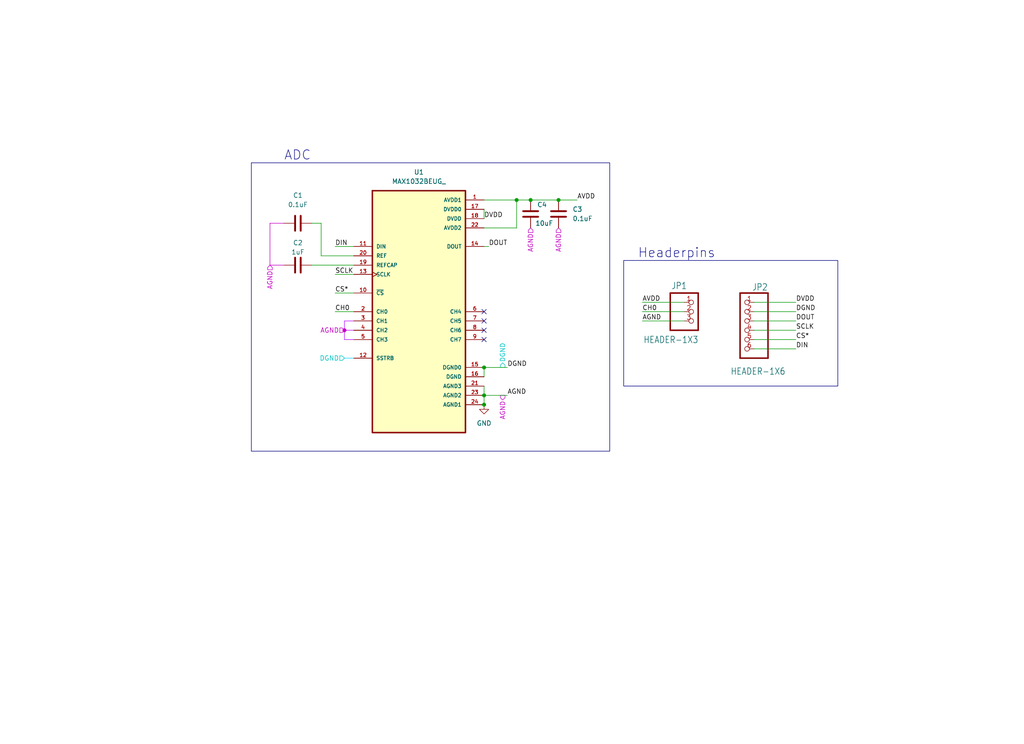
<source format=kicad_sch>
(kicad_sch
	(version 20231120)
	(generator "eeschema")
	(generator_version "8.0")
	(uuid "5faffeae-06ed-462f-bbfd-126f358049ae")
	(paper "User" 279.4 203.2)
	(title_block
		(title "Team 3 - COATL Aircraft Schematic")
		(date "2025-03-11")
		(rev "2")
		(company "Annika Boyd, Eisa Alsharifi, Felix Moss, Nathan Truong")
	)
	(lib_symbols
		(symbol "Adafruit ESP32 Feather V2-eagle-import:HEADER-1X12"
			(exclude_from_sim no)
			(in_bom yes)
			(on_board yes)
			(property "Reference" "JP2"
				(at -6.35 18.415 0)
				(effects
					(font
						(size 1.778 1.5113)
					)
					(justify left bottom)
				)
			)
			(property "Value" "HEADER-1X6"
				(at -11.176 -4.572 0)
				(effects
					(font
						(size 1.778 1.5113)
					)
					(justify left bottom)
				)
			)
			(property "Footprint" ""
				(at 0 0 0)
				(effects
					(font
						(size 1.27 1.27)
					)
					(hide yes)
				)
			)
			(property "Datasheet" ""
				(at 0 0 0)
				(effects
					(font
						(size 1.27 1.27)
					)
					(hide yes)
				)
			)
			(property "Description" ""
				(at 0 0 0)
				(effects
					(font
						(size 1.27 1.27)
					)
					(hide yes)
				)
			)
			(property "ki_locked" ""
				(at 0 0 0)
				(effects
					(font
						(size 1.27 1.27)
					)
				)
			)
			(symbol "HEADER-1X12_1_0"
				(polyline
					(pts
						(xy -6.35 0) (xy 1.27 0)
					)
					(stroke
						(width 0.4064)
						(type solid)
					)
					(fill
						(type none)
					)
				)
				(polyline
					(pts
						(xy -6.35 17.78) (xy -6.35 0)
					)
					(stroke
						(width 0.4064)
						(type solid)
					)
					(fill
						(type none)
					)
				)
				(polyline
					(pts
						(xy 1.27 0) (xy 1.27 17.78)
					)
					(stroke
						(width 0.4064)
						(type solid)
					)
					(fill
						(type none)
					)
				)
				(polyline
					(pts
						(xy 1.27 17.78) (xy -6.35 17.78)
					)
					(stroke
						(width 0.4064)
						(type solid)
					)
					(fill
						(type none)
					)
				)
				(pin passive inverted
					(at -2.54 15.24 0)
					(length 2.54)
					(name "1"
						(effects
							(font
								(size 0 0)
							)
						)
					)
					(number "1"
						(effects
							(font
								(size 1.27 1.27)
							)
						)
					)
				)
				(pin passive inverted
					(at -2.54 12.7 0)
					(length 2.54)
					(name "2"
						(effects
							(font
								(size 0 0)
							)
						)
					)
					(number "2"
						(effects
							(font
								(size 1.27 1.27)
							)
						)
					)
				)
				(pin passive inverted
					(at -2.54 10.16 0)
					(length 2.54)
					(name "3"
						(effects
							(font
								(size 0 0)
							)
						)
					)
					(number "3"
						(effects
							(font
								(size 1.27 1.27)
							)
						)
					)
				)
				(pin passive inverted
					(at -2.54 7.62 0)
					(length 2.54)
					(name "4"
						(effects
							(font
								(size 0 0)
							)
						)
					)
					(number "4"
						(effects
							(font
								(size 1.27 1.27)
							)
						)
					)
				)
				(pin passive inverted
					(at -2.54 5.08 0)
					(length 2.54)
					(name "5"
						(effects
							(font
								(size 0 0)
							)
						)
					)
					(number "5"
						(effects
							(font
								(size 1.27 1.27)
							)
						)
					)
				)
				(pin passive inverted
					(at -2.54 2.54 0)
					(length 2.54)
					(name "6"
						(effects
							(font
								(size 0 0)
							)
						)
					)
					(number "6"
						(effects
							(font
								(size 1.27 1.27)
							)
						)
					)
				)
			)
		)
		(symbol "Device:C"
			(pin_numbers hide)
			(pin_names
				(offset 0.254)
			)
			(exclude_from_sim no)
			(in_bom yes)
			(on_board yes)
			(property "Reference" "C"
				(at 0.635 2.54 0)
				(effects
					(font
						(size 1.27 1.27)
					)
					(justify left)
				)
			)
			(property "Value" "C"
				(at 0.635 -2.54 0)
				(effects
					(font
						(size 1.27 1.27)
					)
					(justify left)
				)
			)
			(property "Footprint" ""
				(at 0.9652 -3.81 0)
				(effects
					(font
						(size 1.27 1.27)
					)
					(hide yes)
				)
			)
			(property "Datasheet" "~"
				(at 0 0 0)
				(effects
					(font
						(size 1.27 1.27)
					)
					(hide yes)
				)
			)
			(property "Description" "Unpolarized capacitor"
				(at 0 0 0)
				(effects
					(font
						(size 1.27 1.27)
					)
					(hide yes)
				)
			)
			(property "ki_keywords" "cap capacitor"
				(at 0 0 0)
				(effects
					(font
						(size 1.27 1.27)
					)
					(hide yes)
				)
			)
			(property "ki_fp_filters" "C_*"
				(at 0 0 0)
				(effects
					(font
						(size 1.27 1.27)
					)
					(hide yes)
				)
			)
			(symbol "C_0_1"
				(polyline
					(pts
						(xy -2.032 -0.762) (xy 2.032 -0.762)
					)
					(stroke
						(width 0.508)
						(type default)
					)
					(fill
						(type none)
					)
				)
				(polyline
					(pts
						(xy -2.032 0.762) (xy 2.032 0.762)
					)
					(stroke
						(width 0.508)
						(type default)
					)
					(fill
						(type none)
					)
				)
			)
			(symbol "C_1_1"
				(pin passive line
					(at 0 3.81 270)
					(length 2.794)
					(name "~"
						(effects
							(font
								(size 1.27 1.27)
							)
						)
					)
					(number "1"
						(effects
							(font
								(size 1.27 1.27)
							)
						)
					)
				)
				(pin passive line
					(at 0 -3.81 90)
					(length 2.794)
					(name "~"
						(effects
							(font
								(size 1.27 1.27)
							)
						)
					)
					(number "2"
						(effects
							(font
								(size 1.27 1.27)
							)
						)
					)
				)
			)
		)
		(symbol "HEADER-1X12_1"
			(exclude_from_sim no)
			(in_bom yes)
			(on_board yes)
			(property "Reference" "JP1"
				(at -6.096 18.796 0)
				(effects
					(font
						(size 1.778 1.5113)
					)
					(justify left bottom)
				)
			)
			(property "Value" "HEADER-1X3"
				(at -11.938 0.762 0)
				(effects
					(font
						(size 1.778 1.5113)
					)
					(justify left bottom)
				)
			)
			(property "Footprint" ""
				(at 0 0 0)
				(effects
					(font
						(size 1.27 1.27)
					)
					(hide yes)
				)
			)
			(property "Datasheet" ""
				(at 0 0 0)
				(effects
					(font
						(size 1.27 1.27)
					)
					(hide yes)
				)
			)
			(property "Description" ""
				(at 0 0 0)
				(effects
					(font
						(size 1.27 1.27)
					)
					(hide yes)
				)
			)
			(property "ki_locked" ""
				(at 0 0 0)
				(effects
					(font
						(size 1.27 1.27)
					)
				)
			)
			(symbol "HEADER-1X12_1_1_0"
				(polyline
					(pts
						(xy -6.35 7.62) (xy 1.27 7.62)
					)
					(stroke
						(width 0.4064)
						(type solid)
					)
					(fill
						(type none)
					)
				)
				(polyline
					(pts
						(xy -6.35 17.78) (xy -6.35 7.62)
					)
					(stroke
						(width 0.4064)
						(type solid)
					)
					(fill
						(type none)
					)
				)
				(polyline
					(pts
						(xy 1.27 7.62) (xy 1.27 17.78)
					)
					(stroke
						(width 0.4064)
						(type solid)
					)
					(fill
						(type none)
					)
				)
				(polyline
					(pts
						(xy 1.27 17.78) (xy -6.35 17.78)
					)
					(stroke
						(width 0.4064)
						(type solid)
					)
					(fill
						(type none)
					)
				)
				(pin passive inverted
					(at -2.54 15.24 0)
					(length 2.54)
					(name "1"
						(effects
							(font
								(size 0 0)
							)
						)
					)
					(number "1"
						(effects
							(font
								(size 1.27 1.27)
							)
						)
					)
				)
				(pin passive inverted
					(at -2.54 12.7 0)
					(length 2.54)
					(name "2"
						(effects
							(font
								(size 0 0)
							)
						)
					)
					(number "2"
						(effects
							(font
								(size 1.27 1.27)
							)
						)
					)
				)
				(pin passive inverted
					(at -2.54 10.16 0)
					(length 2.54)
					(name "3"
						(effects
							(font
								(size 0 0)
							)
						)
					)
					(number "3"
						(effects
							(font
								(size 1.27 1.27)
							)
						)
					)
				)
			)
		)
		(symbol "MAX1032BEUG_:MAX1032BEUG_"
			(pin_names
				(offset 1.016)
			)
			(exclude_from_sim no)
			(in_bom yes)
			(on_board yes)
			(property "Reference" "U"
				(at -12.7 34.0106 0)
				(effects
					(font
						(size 1.27 1.27)
					)
					(justify left bottom)
				)
			)
			(property "Value" "MAX1032BEUG_"
				(at -12.7 -37.0078 0)
				(effects
					(font
						(size 1.27 1.27)
					)
					(justify left bottom)
				)
			)
			(property "Footprint" "SOP65P640X110-24N"
				(at 0 0 0)
				(effects
					(font
						(size 1.27 1.27)
					)
					(justify left bottom)
					(hide yes)
				)
			)
			(property "Datasheet" ""
				(at 0 0 0)
				(effects
					(font
						(size 1.27 1.27)
					)
					(justify left bottom)
					(hide yes)
				)
			)
			(property "Description" ""
				(at 0 0 0)
				(effects
					(font
						(size 1.27 1.27)
					)
					(hide yes)
				)
			)
			(property "MF" "Analog Devices"
				(at 0 0 0)
				(effects
					(font
						(size 1.27 1.27)
					)
					(justify left bottom)
					(hide yes)
				)
			)
			(property "Description_1" "\\n                        \\n                            8- and 4-Channel, ±3 x VREF Multirange Inputs, Serial 14-Bit ADCs\\n                        \\n"
				(at 0 0 0)
				(effects
					(font
						(size 1.27 1.27)
					)
					(justify left bottom)
					(hide yes)
				)
			)
			(property "Package" "TSSOP-24 Maxim"
				(at 0 0 0)
				(effects
					(font
						(size 1.27 1.27)
					)
					(justify left bottom)
					(hide yes)
				)
			)
			(property "Price" "None"
				(at 0 0 0)
				(effects
					(font
						(size 1.27 1.27)
					)
					(justify left bottom)
					(hide yes)
				)
			)
			(property "SnapEDA_Link" "https://www.snapeda.com/parts/MAX1032BEUG+/Analog+Devices/view-part/?ref=snap"
				(at 0 0 0)
				(effects
					(font
						(size 1.27 1.27)
					)
					(justify left bottom)
					(hide yes)
				)
			)
			(property "MP" "MAX1032BEUG+"
				(at 0 0 0)
				(effects
					(font
						(size 1.27 1.27)
					)
					(justify left bottom)
					(hide yes)
				)
			)
			(property "Availability" "In Stock"
				(at 0 0 0)
				(effects
					(font
						(size 1.27 1.27)
					)
					(justify left bottom)
					(hide yes)
				)
			)
			(property "Check_prices" "https://www.snapeda.com/parts/MAX1032BEUG+/Analog+Devices/view-part/?ref=eda"
				(at 0 0 0)
				(effects
					(font
						(size 1.27 1.27)
					)
					(justify left bottom)
					(hide yes)
				)
			)
			(property "ki_locked" ""
				(at 0 0 0)
				(effects
					(font
						(size 1.27 1.27)
					)
				)
			)
			(symbol "MAX1032BEUG__0_0"
				(rectangle
					(start -12.7 -33.02)
					(end 12.7 33.02)
					(stroke
						(width 0.4064)
						(type solid)
					)
					(fill
						(type background)
					)
				)
				(pin power_in line
					(at 17.78 30.48 180)
					(length 5.08)
					(name "AVDD1"
						(effects
							(font
								(size 1.016 1.016)
							)
						)
					)
					(number "1"
						(effects
							(font
								(size 1.016 1.016)
							)
						)
					)
				)
				(pin bidirectional line
					(at -17.78 5.08 0)
					(length 5.08)
					(name "~{CS}"
						(effects
							(font
								(size 1.016 1.016)
							)
						)
					)
					(number "10"
						(effects
							(font
								(size 1.016 1.016)
							)
						)
					)
				)
				(pin input line
					(at -17.78 17.78 0)
					(length 5.08)
					(name "DIN"
						(effects
							(font
								(size 1.016 1.016)
							)
						)
					)
					(number "11"
						(effects
							(font
								(size 1.016 1.016)
							)
						)
					)
				)
				(pin bidirectional line
					(at -17.78 -12.7 0)
					(length 5.08)
					(name "SSTRB"
						(effects
							(font
								(size 1.016 1.016)
							)
						)
					)
					(number "12"
						(effects
							(font
								(size 1.016 1.016)
							)
						)
					)
				)
				(pin input clock
					(at -17.78 10.16 0)
					(length 5.08)
					(name "SCLK"
						(effects
							(font
								(size 1.016 1.016)
							)
						)
					)
					(number "13"
						(effects
							(font
								(size 1.016 1.016)
							)
						)
					)
				)
				(pin output line
					(at 17.78 17.78 180)
					(length 5.08)
					(name "DOUT"
						(effects
							(font
								(size 1.016 1.016)
							)
						)
					)
					(number "14"
						(effects
							(font
								(size 1.016 1.016)
							)
						)
					)
				)
				(pin power_in line
					(at 17.78 -15.24 180)
					(length 5.08)
					(name "DGND0"
						(effects
							(font
								(size 1.016 1.016)
							)
						)
					)
					(number "15"
						(effects
							(font
								(size 1.016 1.016)
							)
						)
					)
				)
				(pin power_in line
					(at 17.78 -17.78 180)
					(length 5.08)
					(name "DGND"
						(effects
							(font
								(size 1.016 1.016)
							)
						)
					)
					(number "16"
						(effects
							(font
								(size 1.016 1.016)
							)
						)
					)
				)
				(pin power_in line
					(at 17.78 27.94 180)
					(length 5.08)
					(name "DVDD0"
						(effects
							(font
								(size 1.016 1.016)
							)
						)
					)
					(number "17"
						(effects
							(font
								(size 1.016 1.016)
							)
						)
					)
				)
				(pin power_in line
					(at 17.78 25.4 180)
					(length 5.08)
					(name "DVDD"
						(effects
							(font
								(size 1.016 1.016)
							)
						)
					)
					(number "18"
						(effects
							(font
								(size 1.016 1.016)
							)
						)
					)
				)
				(pin input line
					(at -17.78 12.7 0)
					(length 5.08)
					(name "REFCAP"
						(effects
							(font
								(size 1.016 1.016)
							)
						)
					)
					(number "19"
						(effects
							(font
								(size 1.016 1.016)
							)
						)
					)
				)
				(pin bidirectional line
					(at -17.78 0 0)
					(length 5.08)
					(name "CH0"
						(effects
							(font
								(size 1.016 1.016)
							)
						)
					)
					(number "2"
						(effects
							(font
								(size 1.016 1.016)
							)
						)
					)
				)
				(pin input line
					(at -17.78 15.24 0)
					(length 5.08)
					(name "REF"
						(effects
							(font
								(size 1.016 1.016)
							)
						)
					)
					(number "20"
						(effects
							(font
								(size 1.016 1.016)
							)
						)
					)
				)
				(pin power_in line
					(at 17.78 -20.32 180)
					(length 5.08)
					(name "AGND3"
						(effects
							(font
								(size 1.016 1.016)
							)
						)
					)
					(number "21"
						(effects
							(font
								(size 1.016 1.016)
							)
						)
					)
				)
				(pin power_in line
					(at 17.78 22.86 180)
					(length 5.08)
					(name "AVDD2"
						(effects
							(font
								(size 1.016 1.016)
							)
						)
					)
					(number "22"
						(effects
							(font
								(size 1.016 1.016)
							)
						)
					)
				)
				(pin power_in line
					(at 17.78 -22.86 180)
					(length 5.08)
					(name "AGND2"
						(effects
							(font
								(size 1.016 1.016)
							)
						)
					)
					(number "23"
						(effects
							(font
								(size 1.016 1.016)
							)
						)
					)
				)
				(pin power_in line
					(at 17.78 -25.4 180)
					(length 5.08)
					(name "AGND1"
						(effects
							(font
								(size 1.016 1.016)
							)
						)
					)
					(number "24"
						(effects
							(font
								(size 1.016 1.016)
							)
						)
					)
				)
				(pin bidirectional line
					(at -17.78 -2.54 0)
					(length 5.08)
					(name "CH1"
						(effects
							(font
								(size 1.016 1.016)
							)
						)
					)
					(number "3"
						(effects
							(font
								(size 1.016 1.016)
							)
						)
					)
				)
				(pin bidirectional line
					(at -17.78 -5.08 0)
					(length 5.08)
					(name "CH2"
						(effects
							(font
								(size 1.016 1.016)
							)
						)
					)
					(number "4"
						(effects
							(font
								(size 1.016 1.016)
							)
						)
					)
				)
				(pin bidirectional line
					(at -17.78 -7.62 0)
					(length 5.08)
					(name "CH3"
						(effects
							(font
								(size 1.016 1.016)
							)
						)
					)
					(number "5"
						(effects
							(font
								(size 1.016 1.016)
							)
						)
					)
				)
				(pin bidirectional line
					(at 17.78 0 180)
					(length 5.08)
					(name "CH4"
						(effects
							(font
								(size 1.016 1.016)
							)
						)
					)
					(number "6"
						(effects
							(font
								(size 1.016 1.016)
							)
						)
					)
				)
				(pin bidirectional line
					(at 17.78 -2.54 180)
					(length 5.08)
					(name "CH5"
						(effects
							(font
								(size 1.016 1.016)
							)
						)
					)
					(number "7"
						(effects
							(font
								(size 1.016 1.016)
							)
						)
					)
				)
				(pin bidirectional line
					(at 17.78 -5.08 180)
					(length 5.08)
					(name "CH6"
						(effects
							(font
								(size 1.016 1.016)
							)
						)
					)
					(number "8"
						(effects
							(font
								(size 1.016 1.016)
							)
						)
					)
				)
				(pin bidirectional line
					(at 17.78 -7.62 180)
					(length 5.08)
					(name "CH7"
						(effects
							(font
								(size 1.016 1.016)
							)
						)
					)
					(number "9"
						(effects
							(font
								(size 1.016 1.016)
							)
						)
					)
				)
			)
		)
		(symbol "power:GND"
			(power)
			(pin_numbers hide)
			(pin_names
				(offset 0) hide)
			(exclude_from_sim no)
			(in_bom yes)
			(on_board yes)
			(property "Reference" "#PWR"
				(at 0 -6.35 0)
				(effects
					(font
						(size 1.27 1.27)
					)
					(hide yes)
				)
			)
			(property "Value" "GND"
				(at 0 -3.81 0)
				(effects
					(font
						(size 1.27 1.27)
					)
				)
			)
			(property "Footprint" ""
				(at 0 0 0)
				(effects
					(font
						(size 1.27 1.27)
					)
					(hide yes)
				)
			)
			(property "Datasheet" ""
				(at 0 0 0)
				(effects
					(font
						(size 1.27 1.27)
					)
					(hide yes)
				)
			)
			(property "Description" "Power symbol creates a global label with name \"GND\" , ground"
				(at 0 0 0)
				(effects
					(font
						(size 1.27 1.27)
					)
					(hide yes)
				)
			)
			(property "ki_keywords" "global power"
				(at 0 0 0)
				(effects
					(font
						(size 1.27 1.27)
					)
					(hide yes)
				)
			)
			(symbol "GND_0_1"
				(polyline
					(pts
						(xy 0 0) (xy 0 -1.27) (xy 1.27 -1.27) (xy 0 -2.54) (xy -1.27 -1.27) (xy 0 -1.27)
					)
					(stroke
						(width 0)
						(type default)
					)
					(fill
						(type none)
					)
				)
			)
			(symbol "GND_1_1"
				(pin power_in line
					(at 0 0 270)
					(length 0)
					(name "~"
						(effects
							(font
								(size 1.27 1.27)
							)
						)
					)
					(number "1"
						(effects
							(font
								(size 1.27 1.27)
							)
						)
					)
				)
			)
		)
	)
	(junction
		(at 132.08 100.33)
		(diameter 0)
		(color 0 0 0 0)
		(uuid "10751c8e-deb1-42f9-bd5e-64fe6dba40d5")
	)
	(junction
		(at 132.08 107.95)
		(diameter 0)
		(color 0 0 0 0)
		(uuid "45b6ffb1-c2cc-45f3-b864-5e7f999dfde6")
	)
	(junction
		(at 152.4 54.61)
		(diameter 0)
		(color 0 0 0 0)
		(uuid "a50f6867-12b2-4c63-815e-d028efa2057e")
	)
	(junction
		(at 144.78 54.61)
		(diameter 0)
		(color 0 0 0 0)
		(uuid "d5a3b749-6750-4a9b-a135-2e86d84460ca")
	)
	(junction
		(at 132.08 110.49)
		(diameter 0)
		(color 0 0 0 0)
		(uuid "dfea57be-4f12-4dcd-b8a5-bd91d8c708a3")
	)
	(junction
		(at 93.98 90.17)
		(diameter 0)
		(color 194 0 194 1)
		(uuid "e6026bb0-91d2-412f-a72f-aa107c8c49b8")
	)
	(junction
		(at 140.97 54.61)
		(diameter 0)
		(color 0 0 0 0)
		(uuid "e932349e-2e90-48ec-8e5f-37796b877262")
	)
	(no_connect
		(at 132.08 87.63)
		(uuid "0665e13a-36a3-4685-b8c2-76f0e4b65c69")
	)
	(no_connect
		(at 132.08 85.09)
		(uuid "2bdcb854-e6f8-47f1-9056-487e9fbdbec8")
	)
	(no_connect
		(at 132.08 90.17)
		(uuid "59d3940a-5e86-4a57-b0f4-6c0078ed77c6")
	)
	(no_connect
		(at 132.08 92.71)
		(uuid "d03308d1-a4f2-4426-8ce9-74bc544d5c2a")
	)
	(wire
		(pts
			(xy 132.08 105.41) (xy 132.08 107.95)
		)
		(stroke
			(width 0)
			(type default)
		)
		(uuid "03866b4a-ea60-48b9-a86e-52669dadd25f")
	)
	(wire
		(pts
			(xy 152.4 54.61) (xy 157.48 54.61)
		)
		(stroke
			(width 0)
			(type default)
		)
		(uuid "07d6fdc0-0ca3-4745-9c94-32daf4c19073")
	)
	(wire
		(pts
			(xy 205.74 87.63) (xy 217.17 87.63)
		)
		(stroke
			(width 0)
			(type default)
		)
		(uuid "0bcad4fb-8a07-4c31-aeb8-26a5d51887ad")
	)
	(wire
		(pts
			(xy 85.09 60.96) (xy 87.63 60.96)
		)
		(stroke
			(width 0)
			(type default)
		)
		(uuid "14ba882a-c5d4-4333-a8ed-15549b8d5f7f")
	)
	(wire
		(pts
			(xy 93.98 92.71) (xy 93.98 90.17)
		)
		(stroke
			(width 0)
			(type default)
			(color 185 8 255 1)
		)
		(uuid "1949332c-90a2-4b71-b029-53abde624e13")
	)
	(wire
		(pts
			(xy 140.97 54.61) (xy 144.78 54.61)
		)
		(stroke
			(width 0)
			(type default)
		)
		(uuid "1b94f2bd-2c5c-4100-84e4-8fef12375113")
	)
	(wire
		(pts
			(xy 132.08 54.61) (xy 140.97 54.61)
		)
		(stroke
			(width 0)
			(type default)
		)
		(uuid "1c37b315-5c64-409b-8961-5d0ff0fb6ec6")
	)
	(wire
		(pts
			(xy 91.44 74.93) (xy 96.52 74.93)
		)
		(stroke
			(width 0)
			(type default)
		)
		(uuid "1e375161-d72a-481d-8d59-d9d34fa1004e")
	)
	(wire
		(pts
			(xy 144.78 54.61) (xy 152.4 54.61)
		)
		(stroke
			(width 0)
			(type default)
		)
		(uuid "20167b18-d2c8-46a5-b8db-d6820a997084")
	)
	(wire
		(pts
			(xy 132.08 100.33) (xy 132.08 102.87)
		)
		(stroke
			(width 0)
			(type default)
		)
		(uuid "281c3d04-11f2-477b-b5b8-86379d843ce2")
	)
	(wire
		(pts
			(xy 205.74 82.55) (xy 217.17 82.55)
		)
		(stroke
			(width 0)
			(type default)
		)
		(uuid "2be28a53-ef26-4767-83f7-9af591e0c706")
	)
	(wire
		(pts
			(xy 91.44 85.09) (xy 96.52 85.09)
		)
		(stroke
			(width 0)
			(type default)
		)
		(uuid "2c489572-b91c-4004-aaa1-328dae05e10b")
	)
	(wire
		(pts
			(xy 73.66 72.39) (xy 77.47 72.39)
		)
		(stroke
			(width 0)
			(type default)
			(color 194 0 194 1)
		)
		(uuid "348d4ce1-19fc-4693-980f-2691a7bbdbdc")
	)
	(wire
		(pts
			(xy 205.74 92.71) (xy 217.17 92.71)
		)
		(stroke
			(width 0)
			(type default)
		)
		(uuid "3e485d0f-748c-4482-a63c-3dfdd08200bc")
	)
	(wire
		(pts
			(xy 93.98 97.79) (xy 96.52 97.79)
		)
		(stroke
			(width 0)
			(type default)
			(color 0 212 255 1)
		)
		(uuid "4098bccf-d9c7-4c1c-a48e-633f5c539dee")
	)
	(wire
		(pts
			(xy 205.74 95.25) (xy 217.17 95.25)
		)
		(stroke
			(width 0)
			(type default)
		)
		(uuid "4339b592-6c97-4a6b-bfc6-3554709f4cc7")
	)
	(wire
		(pts
			(xy 93.98 87.63) (xy 93.98 90.17)
		)
		(stroke
			(width 0)
			(type default)
			(color 185 8 255 1)
		)
		(uuid "43a7a894-43f2-4795-959a-e23ba44958e9")
	)
	(wire
		(pts
			(xy 138.43 107.95) (xy 132.08 107.95)
		)
		(stroke
			(width 0)
			(type default)
		)
		(uuid "54e87eff-4a49-4df0-9e1f-8416bac25e28")
	)
	(wire
		(pts
			(xy 77.47 60.96) (xy 73.66 60.96)
		)
		(stroke
			(width 0)
			(type default)
			(color 194 0 194 1)
		)
		(uuid "58a1db37-dc39-417d-b1bd-bef212246fea")
	)
	(wire
		(pts
			(xy 205.74 90.17) (xy 217.17 90.17)
		)
		(stroke
			(width 0)
			(type default)
		)
		(uuid "685165da-d220-4d9c-abd6-6edbf9914ce4")
	)
	(wire
		(pts
			(xy 138.43 100.33) (xy 132.08 100.33)
		)
		(stroke
			(width 0)
			(type default)
		)
		(uuid "68c4b5a5-8e35-4f92-8e40-6e42dbd70e47")
	)
	(wire
		(pts
			(xy 96.52 87.63) (xy 93.98 87.63)
		)
		(stroke
			(width 0)
			(type default)
			(color 185 8 255 1)
		)
		(uuid "7381a5a8-e428-44e2-82e2-f5e7ff26685e")
	)
	(wire
		(pts
			(xy 140.97 62.23) (xy 132.08 62.23)
		)
		(stroke
			(width 0)
			(type default)
		)
		(uuid "757cb413-d4e3-43a0-8323-97cd7d6d51e1")
	)
	(wire
		(pts
			(xy 175.26 87.63) (xy 186.69 87.63)
		)
		(stroke
			(width 0)
			(type default)
		)
		(uuid "85e66376-57af-41b4-9698-d443c61f08e8")
	)
	(wire
		(pts
			(xy 132.08 57.15) (xy 132.08 59.69)
		)
		(stroke
			(width 0)
			(type default)
		)
		(uuid "86ace8d1-b562-4404-9d53-d0b8443cf4c6")
	)
	(wire
		(pts
			(xy 132.08 107.95) (xy 132.08 110.49)
		)
		(stroke
			(width 0)
			(type default)
		)
		(uuid "94df9f18-938a-4387-baf0-5b122ac7b87d")
	)
	(wire
		(pts
			(xy 87.63 69.85) (xy 87.63 60.96)
		)
		(stroke
			(width 0)
			(type default)
		)
		(uuid "95f5e2d6-3951-4f09-9a13-1c7630e3dbea")
	)
	(wire
		(pts
			(xy 91.44 80.01) (xy 96.52 80.01)
		)
		(stroke
			(width 0)
			(type default)
		)
		(uuid "9ff4a141-e2ac-4c97-8a60-220baf92707c")
	)
	(wire
		(pts
			(xy 93.98 90.17) (xy 96.52 90.17)
		)
		(stroke
			(width 0)
			(type default)
			(color 185 8 255 1)
		)
		(uuid "a842ab49-27e1-429c-83fa-df7cd4618eef")
	)
	(wire
		(pts
			(xy 91.44 67.31) (xy 96.52 67.31)
		)
		(stroke
			(width 0)
			(type default)
		)
		(uuid "c0073ebb-f2e5-4ea1-be79-abb349ef44b2")
	)
	(wire
		(pts
			(xy 96.52 69.85) (xy 87.63 69.85)
		)
		(stroke
			(width 0)
			(type default)
		)
		(uuid "ccb38f00-e473-49e2-99e5-e7c3bd404a9b")
	)
	(wire
		(pts
			(xy 140.97 54.61) (xy 140.97 62.23)
		)
		(stroke
			(width 0)
			(type default)
		)
		(uuid "dacbb10c-3ff0-404c-bbae-fbdc5e670b94")
	)
	(wire
		(pts
			(xy 73.66 60.96) (xy 73.66 72.39)
		)
		(stroke
			(width 0)
			(type default)
			(color 194 0 194 1)
		)
		(uuid "daee1321-86cd-4e07-a89c-d74e9098d87d")
	)
	(wire
		(pts
			(xy 175.26 82.55) (xy 186.69 82.55)
		)
		(stroke
			(width 0)
			(type default)
		)
		(uuid "db171b0c-e014-4e08-b16b-e04fdc9059bb")
	)
	(wire
		(pts
			(xy 93.98 92.71) (xy 96.52 92.71)
		)
		(stroke
			(width 0)
			(type default)
			(color 185 8 255 1)
		)
		(uuid "dc378485-f7ce-469f-87e5-b2713ff2aa77")
	)
	(wire
		(pts
			(xy 175.26 85.09) (xy 186.69 85.09)
		)
		(stroke
			(width 0)
			(type default)
		)
		(uuid "e9bb3855-ddf7-4992-95d3-7257f7266c83")
	)
	(wire
		(pts
			(xy 85.09 72.39) (xy 96.52 72.39)
		)
		(stroke
			(width 0)
			(type default)
		)
		(uuid "ec8dbe9f-64bf-4a09-9290-25716c52ea5b")
	)
	(wire
		(pts
			(xy 217.17 85.09) (xy 205.74 85.09)
		)
		(stroke
			(width 0)
			(type default)
		)
		(uuid "f4c16721-eb6c-4982-a290-9b72864fe11e")
	)
	(wire
		(pts
			(xy 133.35 67.31) (xy 132.08 67.31)
		)
		(stroke
			(width 0)
			(type default)
		)
		(uuid "fc74ac7a-bcef-400d-a889-539452e1d154")
	)
	(rectangle
		(start 170.18 71.12)
		(end 228.6 105.41)
		(stroke
			(width 0)
			(type default)
			(color 0 0 132 1)
		)
		(fill
			(type none)
		)
		(uuid 17af36cc-1747-4a0f-9159-e920239c5190)
	)
	(rectangle
		(start 68.58 44.45)
		(end 166.37 123.19)
		(stroke
			(width 0)
			(type default)
			(color 0 0 132 1)
		)
		(fill
			(type none)
		)
		(uuid 279ae0ab-0e46-440c-86b1-51659266ab41)
	)
	(label "SCLK"
		(at 217.17 90.17 0)
		(fields_autoplaced yes)
		(effects
			(font
				(size 1.27 1.27)
			)
			(justify left bottom)
		)
		(uuid "0a35fbe5-ffa7-4e05-b59b-6065f0b05c9f")
	)
	(label "AGND"
		(at 138.43 107.95 0)
		(fields_autoplaced yes)
		(effects
			(font
				(size 1.27 1.27)
			)
			(justify left bottom)
		)
		(uuid "1d44ff1a-b202-4368-a568-3a37d4f1dde4")
	)
	(label "DIN"
		(at 217.17 95.25 0)
		(fields_autoplaced yes)
		(effects
			(font
				(size 1.27 1.27)
			)
			(justify left bottom)
		)
		(uuid "2cf90aeb-ee01-4f61-8c9b-b9039f65d245")
	)
	(label "AGND"
		(at 175.26 87.63 0)
		(fields_autoplaced yes)
		(effects
			(font
				(size 1.27 1.27)
			)
			(justify left bottom)
		)
		(uuid "2e382d98-2535-44c9-a0b0-75a1483ca6e1")
	)
	(label "AVDD"
		(at 157.48 54.61 0)
		(fields_autoplaced yes)
		(effects
			(font
				(size 1.27 1.27)
			)
			(justify left bottom)
		)
		(uuid "2e79bce4-7982-4130-ba66-a3fade2793cf")
	)
	(label "CH0"
		(at 91.44 85.09 0)
		(fields_autoplaced yes)
		(effects
			(font
				(size 1.27 1.27)
			)
			(justify left bottom)
		)
		(uuid "300b3921-3427-4cf7-bfb2-480d91fe1411")
	)
	(label "DGND"
		(at 138.43 100.33 0)
		(fields_autoplaced yes)
		(effects
			(font
				(size 1.27 1.27)
			)
			(justify left bottom)
		)
		(uuid "323bef16-6148-4d3d-934e-0883eec525de")
	)
	(label "DVDD"
		(at 217.17 82.55 0)
		(fields_autoplaced yes)
		(effects
			(font
				(size 1.27 1.27)
			)
			(justify left bottom)
		)
		(uuid "40005367-192d-4174-a9d1-d2d848ddd9ef")
	)
	(label "DVDD"
		(at 132.08 59.69 0)
		(fields_autoplaced yes)
		(effects
			(font
				(size 1.27 1.27)
			)
			(justify left bottom)
		)
		(uuid "50b43f0a-86f8-4ef5-a4d9-9668ef496926")
	)
	(label "SCLK"
		(at 91.44 74.93 0)
		(fields_autoplaced yes)
		(effects
			(font
				(size 1.27 1.27)
			)
			(justify left bottom)
		)
		(uuid "5c5a0d13-a101-48ff-9159-bcf311f08798")
	)
	(label "ADC"
		(at 77.47 44.45 0)
		(fields_autoplaced yes)
		(effects
			(font
				(size 2.54 2.54)
				(color 0 0 132 1)
			)
			(justify left bottom)
		)
		(uuid "64a5c0f7-cb36-47b2-9be0-0883689bff7a")
	)
	(label "CS*"
		(at 217.17 92.71 0)
		(fields_autoplaced yes)
		(effects
			(font
				(size 1.27 1.27)
			)
			(justify left bottom)
		)
		(uuid "6922ee4e-6641-40b3-82bd-47f80cea4193")
	)
	(label "DOUT"
		(at 217.17 87.63 0)
		(fields_autoplaced yes)
		(effects
			(font
				(size 1.27 1.27)
			)
			(justify left bottom)
		)
		(uuid "7516a7f5-89e8-4f4e-90d1-a0b985bf7757")
	)
	(label "CH0"
		(at 175.26 85.09 0)
		(fields_autoplaced yes)
		(effects
			(font
				(size 1.27 1.27)
			)
			(justify left bottom)
		)
		(uuid "7bcb2927-eae0-4bd4-90a7-09d47cdbbb51")
	)
	(label "Headerpins"
		(at 173.99 71.12 0)
		(fields_autoplaced yes)
		(effects
			(font
				(size 2.54 2.54)
				(color 0 0 132 1)
			)
			(justify left bottom)
		)
		(uuid "7eae2b47-8f9b-40c4-8487-4306f5a579fb")
	)
	(label "DGND"
		(at 217.17 85.09 0)
		(fields_autoplaced yes)
		(effects
			(font
				(size 1.27 1.27)
			)
			(justify left bottom)
		)
		(uuid "91f0738f-2f59-4280-a5a3-2ef67e0c1f88")
	)
	(label "CS*"
		(at 91.44 80.01 0)
		(fields_autoplaced yes)
		(effects
			(font
				(size 1.27 1.27)
			)
			(justify left bottom)
		)
		(uuid "972e1735-464a-4e64-88f1-073f8059326f")
	)
	(label "DOUT"
		(at 133.35 67.31 0)
		(fields_autoplaced yes)
		(effects
			(font
				(size 1.27 1.27)
			)
			(justify left bottom)
		)
		(uuid "9d78d7f2-4b71-4d9f-9029-89715f395d86")
	)
	(label "AVDD"
		(at 175.26 82.55 0)
		(fields_autoplaced yes)
		(effects
			(font
				(size 1.27 1.27)
			)
			(justify left bottom)
		)
		(uuid "dea2e2b3-9d7a-4db0-af59-274a64f26078")
	)
	(label "DIN"
		(at 91.44 67.31 0)
		(fields_autoplaced yes)
		(effects
			(font
				(size 1.27 1.27)
			)
			(justify left bottom)
		)
		(uuid "ec2264b6-d9ae-458d-96c3-cc7dbe617dff")
	)
	(hierarchical_label "AGND"
		(shape input)
		(at 144.78 62.23 270)
		(fields_autoplaced yes)
		(effects
			(font
				(size 1.27 1.27)
				(color 194 0 194 1)
			)
			(justify right)
		)
		(uuid "10cef0ba-49cc-4f5b-9bb5-ae4865ce131e")
	)
	(hierarchical_label "AGND"
		(shape input)
		(at 152.4 62.23 270)
		(fields_autoplaced yes)
		(effects
			(font
				(size 1.27 1.27)
				(color 194 0 194 1)
			)
			(justify right)
		)
		(uuid "13c1d4bd-3592-408f-847d-fc49fe6fcfd5")
	)
	(hierarchical_label "AGND"
		(shape output)
		(at 137.16 107.95 270)
		(fields_autoplaced yes)
		(effects
			(font
				(size 1.27 1.27)
				(color 194 0 194 1)
			)
			(justify right)
		)
		(uuid "5c53a992-3709-49b8-8848-35d7ea9678b5")
	)
	(hierarchical_label "AGND"
		(shape input)
		(at 73.66 72.39 270)
		(fields_autoplaced yes)
		(effects
			(font
				(size 1.27 1.27)
				(color 194 0 194 1)
			)
			(justify right)
		)
		(uuid "8095ca23-bb43-4858-b773-da91e404bb21")
	)
	(hierarchical_label "DGND"
		(shape output)
		(at 137.16 100.33 90)
		(fields_autoplaced yes)
		(effects
			(font
				(size 1.27 1.27)
				(color 0 194 194 1)
			)
			(justify left)
		)
		(uuid "bd5fce30-cb8a-4a06-b48e-ca8afa86a8c4")
	)
	(hierarchical_label "AGND"
		(shape input)
		(at 93.98 90.17 180)
		(fields_autoplaced yes)
		(effects
			(font
				(size 1.27 1.27)
				(color 194 0 194 1)
			)
			(justify right)
		)
		(uuid "debd3e1f-26de-46c3-95b0-eec2f59cd60c")
	)
	(hierarchical_label "DGND"
		(shape input)
		(at 93.98 97.79 180)
		(fields_autoplaced yes)
		(effects
			(font
				(size 1.27 1.27)
				(color 0 194 194 1)
			)
			(justify right)
		)
		(uuid "f09d95d5-b874-4767-ac4e-c96d94ce9b98")
	)
	(symbol
		(lib_id "Adafruit ESP32 Feather V2-eagle-import:HEADER-1X12")
		(at 203.2 97.79 0)
		(mirror y)
		(unit 1)
		(exclude_from_sim no)
		(in_bom yes)
		(on_board yes)
		(dnp no)
		(uuid "577d0578-d3ef-4f0b-9bfd-c97d028c89c2")
		(property "Reference" "JP2"
			(at 209.55 79.375 0)
			(effects
				(font
					(size 1.778 1.5113)
				)
				(justify left bottom)
			)
		)
		(property "Value" "HEADER-1X6"
			(at 214.376 102.362 0)
			(effects
				(font
					(size 1.778 1.5113)
				)
				(justify left bottom)
			)
		)
		(property "Footprint" "Connector_PinHeader_2.54mm:PinHeader_1x06_P2.54mm_Horizontal"
			(at 203.2 97.79 0)
			(effects
				(font
					(size 1.27 1.27)
				)
				(hide yes)
			)
		)
		(property "Datasheet" ""
			(at 203.2 97.79 0)
			(effects
				(font
					(size 1.27 1.27)
				)
				(hide yes)
			)
		)
		(property "Description" ""
			(at 203.2 97.79 0)
			(effects
				(font
					(size 1.27 1.27)
				)
				(hide yes)
			)
		)
		(pin "2"
			(uuid "87a527f6-5589-4e7f-8ec9-fd20e2f2cdd3")
		)
		(pin "3"
			(uuid "4dc64d72-9edf-43f3-8ec3-13af81a8f87e")
		)
		(pin "1"
			(uuid "9b419d51-a613-4cf7-95a5-871f54c8a3f3")
		)
		(pin "4"
			(uuid "2d0f6b45-7ad6-4ffc-9e76-5f49ae3bdde8")
		)
		(pin "5"
			(uuid "dfc3da25-77aa-4d23-92cb-79fe5f511266")
		)
		(pin "6"
			(uuid "0ebdb714-500e-4d92-ad8c-b6b933a02f59")
		)
		(instances
			(project "MAX1032"
				(path "/5faffeae-06ed-462f-bbfd-126f358049ae"
					(reference "JP2")
					(unit 1)
				)
			)
		)
	)
	(symbol
		(lib_id "Device:C")
		(at 81.28 72.39 270)
		(unit 1)
		(exclude_from_sim no)
		(in_bom yes)
		(on_board yes)
		(dnp no)
		(uuid "6ecf91c7-7c93-4d49-968c-8e74df40d733")
		(property "Reference" "C2"
			(at 81.28 66.294 90)
			(effects
				(font
					(size 1.27 1.27)
				)
			)
		)
		(property "Value" "1uF"
			(at 81.28 68.834 90)
			(effects
				(font
					(size 1.27 1.27)
				)
			)
		)
		(property "Footprint" "Connector_PinHeader_2.00mm:PinHeader_1x02_P2.00mm_Vertical"
			(at 77.47 73.3552 0)
			(effects
				(font
					(size 1.27 1.27)
				)
				(hide yes)
			)
		)
		(property "Datasheet" "~"
			(at 81.28 72.39 0)
			(effects
				(font
					(size 1.27 1.27)
				)
				(hide yes)
			)
		)
		(property "Description" "Unpolarized capacitor"
			(at 81.28 72.39 0)
			(effects
				(font
					(size 1.27 1.27)
				)
				(hide yes)
			)
		)
		(pin "1"
			(uuid "b098e221-e726-41bd-8ddf-444b0f628acc")
		)
		(pin "2"
			(uuid "9e2a6975-8786-4de5-a721-49e304bc6262")
		)
		(instances
			(project "MAX1032"
				(path "/5faffeae-06ed-462f-bbfd-126f358049ae"
					(reference "C2")
					(unit 1)
				)
			)
		)
	)
	(symbol
		(lib_name "HEADER-1X12_1")
		(lib_id "Adafruit ESP32 Feather V2-eagle-import:HEADER-1X12")
		(at 189.23 97.79 0)
		(unit 1)
		(exclude_from_sim no)
		(in_bom yes)
		(on_board yes)
		(dnp no)
		(uuid "7fda5618-b756-4c61-941e-5bd2fb6770a6")
		(property "Reference" "JP1"
			(at 183.134 78.994 0)
			(effects
				(font
					(size 1.778 1.5113)
				)
				(justify left bottom)
			)
		)
		(property "Value" "HEADER-1X3"
			(at 175.514 93.726 0)
			(effects
				(font
					(size 1.778 1.5113)
				)
				(justify left bottom)
			)
		)
		(property "Footprint" "Connector_PinHeader_2.54mm:PinHeader_1x03_P2.54mm_Horizontal"
			(at 189.23 97.79 0)
			(effects
				(font
					(size 1.27 1.27)
				)
				(hide yes)
			)
		)
		(property "Datasheet" ""
			(at 189.23 97.79 0)
			(effects
				(font
					(size 1.27 1.27)
				)
				(hide yes)
			)
		)
		(property "Description" ""
			(at 189.23 97.79 0)
			(effects
				(font
					(size 1.27 1.27)
				)
				(hide yes)
			)
		)
		(pin "2"
			(uuid "f360f6fa-90f8-477e-8b7d-2ebc562a8cd8")
		)
		(pin "3"
			(uuid "abf93fa6-07d8-43a7-8e0a-3fc0013bf1c7")
		)
		(pin "1"
			(uuid "f49e8ac8-377f-4b3f-93c5-a48618347815")
		)
		(instances
			(project "MAX1032"
				(path "/5faffeae-06ed-462f-bbfd-126f358049ae"
					(reference "JP1")
					(unit 1)
				)
			)
		)
	)
	(symbol
		(lib_id "MAX1032BEUG_:MAX1032BEUG_")
		(at 114.3 85.09 0)
		(unit 1)
		(exclude_from_sim no)
		(in_bom yes)
		(on_board yes)
		(dnp no)
		(fields_autoplaced yes)
		(uuid "85fdc7ff-a819-4c42-89ca-89fe534df41f")
		(property "Reference" "U1"
			(at 114.3 46.99 0)
			(effects
				(font
					(size 1.27 1.27)
				)
			)
		)
		(property "Value" "MAX1032BEUG_"
			(at 114.3 49.53 0)
			(effects
				(font
					(size 1.27 1.27)
				)
			)
		)
		(property "Footprint" "MAX1032:SOP65P640X110-24N"
			(at 114.3 85.09 0)
			(effects
				(font
					(size 1.27 1.27)
				)
				(justify left bottom)
				(hide yes)
			)
		)
		(property "Datasheet" ""
			(at 114.3 85.09 0)
			(effects
				(font
					(size 1.27 1.27)
				)
				(justify left bottom)
				(hide yes)
			)
		)
		(property "Description" ""
			(at 114.3 85.09 0)
			(effects
				(font
					(size 1.27 1.27)
				)
				(hide yes)
			)
		)
		(property "MF" "Analog Devices"
			(at 114.3 85.09 0)
			(effects
				(font
					(size 1.27 1.27)
				)
				(justify left bottom)
				(hide yes)
			)
		)
		(property "Description_1" "\\n                        \\n                            8- and 4-Channel, ±3 x VREF Multirange Inputs, Serial 14-Bit ADCs\\n                        \\n"
			(at 114.3 85.09 0)
			(effects
				(font
					(size 1.27 1.27)
				)
				(justify left bottom)
				(hide yes)
			)
		)
		(property "Package" "TSSOP-24 Maxim"
			(at 114.3 85.09 0)
			(effects
				(font
					(size 1.27 1.27)
				)
				(justify left bottom)
				(hide yes)
			)
		)
		(property "Price" "None"
			(at 114.3 85.09 0)
			(effects
				(font
					(size 1.27 1.27)
				)
				(justify left bottom)
				(hide yes)
			)
		)
		(property "SnapEDA_Link" "https://www.snapeda.com/parts/MAX1032BEUG+/Analog+Devices/view-part/?ref=snap"
			(at 114.3 85.09 0)
			(effects
				(font
					(size 1.27 1.27)
				)
				(justify left bottom)
				(hide yes)
			)
		)
		(property "MP" "MAX1032BEUG+"
			(at 114.3 85.09 0)
			(effects
				(font
					(size 1.27 1.27)
				)
				(justify left bottom)
				(hide yes)
			)
		)
		(property "Availability" "In Stock"
			(at 114.3 85.09 0)
			(effects
				(font
					(size 1.27 1.27)
				)
				(justify left bottom)
				(hide yes)
			)
		)
		(property "Check_prices" "https://www.snapeda.com/parts/MAX1032BEUG+/Analog+Devices/view-part/?ref=eda"
			(at 114.3 85.09 0)
			(effects
				(font
					(size 1.27 1.27)
				)
				(justify left bottom)
				(hide yes)
			)
		)
		(pin "24"
			(uuid "0b6a3c89-db3f-49cd-b1f9-4134d6de0e66")
		)
		(pin "15"
			(uuid "36967bb1-bd4f-406a-95ca-3d11b3226d3c")
		)
		(pin "1"
			(uuid "26f5775b-6e13-4abe-94ee-379629ea26f4")
		)
		(pin "18"
			(uuid "855cfe4e-eab9-44e5-afc5-aee5c32020bc")
		)
		(pin "6"
			(uuid "74667b89-f8ce-4c4b-be7e-969e28d356ef")
		)
		(pin "10"
			(uuid "f811f503-ba05-4a47-bee2-de26e9689b65")
		)
		(pin "19"
			(uuid "7faf83d5-7bd3-44ab-b5d9-61d752029e47")
		)
		(pin "20"
			(uuid "1a442baa-0214-406e-92e0-eac9b1a563de")
		)
		(pin "23"
			(uuid "4f602d51-a220-4540-ae47-0f8d1c7428a8")
		)
		(pin "11"
			(uuid "06ffde73-2a11-4ea4-b6d7-6d0ad1e8c4b7")
		)
		(pin "13"
			(uuid "6415b42a-6041-4cf1-81af-22142e91c6aa")
		)
		(pin "7"
			(uuid "9d4b8b47-3baf-4ccd-b5fd-9052a87a5a78")
		)
		(pin "9"
			(uuid "342bda4c-5cc1-42fc-a8ef-fac9e19b21c6")
		)
		(pin "22"
			(uuid "997fee71-0219-474f-92e4-ba5e67b54b57")
		)
		(pin "8"
			(uuid "950d11e2-3d88-491b-aebf-372fecf21a3e")
		)
		(pin "4"
			(uuid "3dce68d0-fb6b-4f6f-bcc4-b529f4dcef0b")
		)
		(pin "2"
			(uuid "f988b87d-2169-4934-b8d2-c6b283802533")
		)
		(pin "14"
			(uuid "43301f8b-b770-47b2-8108-d7e50103f1bf")
		)
		(pin "17"
			(uuid "8a4ea77a-c179-4174-9f38-8af009bc2c4f")
		)
		(pin "12"
			(uuid "a953b252-2f71-4837-8aaf-538e4cad317b")
		)
		(pin "21"
			(uuid "c485e924-92c2-4e80-bdc6-d457a0eb9bb8")
		)
		(pin "3"
			(uuid "1d477e70-5890-43e9-a5b9-def3e39eefce")
		)
		(pin "5"
			(uuid "02086c30-23fe-4b8a-9103-1a8fbe5b2adb")
		)
		(pin "16"
			(uuid "6a7a69c5-95b9-48ad-bb69-ba2100fa7abd")
		)
		(instances
			(project ""
				(path "/5faffeae-06ed-462f-bbfd-126f358049ae"
					(reference "U1")
					(unit 1)
				)
			)
		)
	)
	(symbol
		(lib_id "Device:C")
		(at 152.4 58.42 0)
		(unit 1)
		(exclude_from_sim no)
		(in_bom yes)
		(on_board yes)
		(dnp no)
		(fields_autoplaced yes)
		(uuid "8fea2807-d293-42d8-bc3e-1d5221e6d8c1")
		(property "Reference" "C3"
			(at 156.21 57.1499 0)
			(effects
				(font
					(size 1.27 1.27)
				)
				(justify left)
			)
		)
		(property "Value" "0.1uF"
			(at 156.21 59.6899 0)
			(effects
				(font
					(size 1.27 1.27)
				)
				(justify left)
			)
		)
		(property "Footprint" "Connector_PinHeader_2.00mm:PinHeader_1x02_P2.00mm_Vertical"
			(at 153.3652 62.23 0)
			(effects
				(font
					(size 1.27 1.27)
				)
				(hide yes)
			)
		)
		(property "Datasheet" "~"
			(at 152.4 58.42 0)
			(effects
				(font
					(size 1.27 1.27)
				)
				(hide yes)
			)
		)
		(property "Description" "Unpolarized capacitor"
			(at 152.4 58.42 0)
			(effects
				(font
					(size 1.27 1.27)
				)
				(hide yes)
			)
		)
		(pin "1"
			(uuid "4f45b283-2988-4223-8b16-d38cd715c0ae")
		)
		(pin "2"
			(uuid "bc6d4ef1-2f63-4fa8-bc46-50e6eabb10e5")
		)
		(instances
			(project "MAX1032"
				(path "/5faffeae-06ed-462f-bbfd-126f358049ae"
					(reference "C3")
					(unit 1)
				)
			)
		)
	)
	(symbol
		(lib_id "Device:C")
		(at 81.28 60.96 90)
		(unit 1)
		(exclude_from_sim no)
		(in_bom yes)
		(on_board yes)
		(dnp no)
		(fields_autoplaced yes)
		(uuid "951d84e6-3e3a-4438-b58e-b24a49c05883")
		(property "Reference" "C1"
			(at 81.28 53.34 90)
			(effects
				(font
					(size 1.27 1.27)
				)
			)
		)
		(property "Value" "0.1uF"
			(at 81.28 55.88 90)
			(effects
				(font
					(size 1.27 1.27)
				)
			)
		)
		(property "Footprint" "Connector_PinHeader_2.00mm:PinHeader_1x02_P2.00mm_Vertical"
			(at 85.09 59.9948 0)
			(effects
				(font
					(size 1.27 1.27)
				)
				(hide yes)
			)
		)
		(property "Datasheet" "~"
			(at 81.28 60.96 0)
			(effects
				(font
					(size 1.27 1.27)
				)
				(hide yes)
			)
		)
		(property "Description" "Unpolarized capacitor"
			(at 81.28 60.96 0)
			(effects
				(font
					(size 1.27 1.27)
				)
				(hide yes)
			)
		)
		(pin "1"
			(uuid "00d5f3c9-2dbc-4d66-9edf-11a8fb8113f6")
		)
		(pin "2"
			(uuid "e656728f-330b-4ed2-b32c-6b8efbdfe9a3")
		)
		(instances
			(project "MAX1032"
				(path "/5faffeae-06ed-462f-bbfd-126f358049ae"
					(reference "C1")
					(unit 1)
				)
			)
		)
	)
	(symbol
		(lib_id "power:GND")
		(at 132.08 110.49 0)
		(unit 1)
		(exclude_from_sim no)
		(in_bom yes)
		(on_board yes)
		(dnp no)
		(fields_autoplaced yes)
		(uuid "c0c0f40d-966c-473d-a40c-f2483e0ab67f")
		(property "Reference" "#PWR01"
			(at 132.08 116.84 0)
			(effects
				(font
					(size 1.27 1.27)
				)
				(hide yes)
			)
		)
		(property "Value" "GND"
			(at 132.08 115.57 0)
			(effects
				(font
					(size 1.27 1.27)
				)
			)
		)
		(property "Footprint" ""
			(at 132.08 110.49 0)
			(effects
				(font
					(size 1.27 1.27)
				)
				(hide yes)
			)
		)
		(property "Datasheet" ""
			(at 132.08 110.49 0)
			(effects
				(font
					(size 1.27 1.27)
				)
				(hide yes)
			)
		)
		(property "Description" "Power symbol creates a global label with name \"GND\" , ground"
			(at 132.08 110.49 0)
			(effects
				(font
					(size 1.27 1.27)
				)
				(hide yes)
			)
		)
		(pin "1"
			(uuid "d6cbb48a-4660-424e-a0ed-5ec0c81bb16d")
		)
		(instances
			(project ""
				(path "/5faffeae-06ed-462f-bbfd-126f358049ae"
					(reference "#PWR01")
					(unit 1)
				)
			)
		)
	)
	(symbol
		(lib_id "Device:C")
		(at 144.78 58.42 180)
		(unit 1)
		(exclude_from_sim no)
		(in_bom yes)
		(on_board yes)
		(dnp no)
		(uuid "fd543e86-d8d5-456b-b597-bbe37dfc459c")
		(property "Reference" "C4"
			(at 146.558 55.88 0)
			(effects
				(font
					(size 1.27 1.27)
				)
				(justify right)
			)
		)
		(property "Value" "10uF"
			(at 146.05 60.96 0)
			(effects
				(font
					(size 1.27 1.27)
				)
				(justify right)
			)
		)
		(property "Footprint" "Connector_PinHeader_2.00mm:PinHeader_1x02_P2.00mm_Vertical"
			(at 143.8148 54.61 0)
			(effects
				(font
					(size 1.27 1.27)
				)
				(hide yes)
			)
		)
		(property "Datasheet" "~"
			(at 144.78 58.42 0)
			(effects
				(font
					(size 1.27 1.27)
				)
				(hide yes)
			)
		)
		(property "Description" "Unpolarized capacitor"
			(at 144.78 58.42 0)
			(effects
				(font
					(size 1.27 1.27)
				)
				(hide yes)
			)
		)
		(pin "1"
			(uuid "42bddfc2-47c6-4192-b333-bcfc0846ad2e")
		)
		(pin "2"
			(uuid "a54cd69f-68b1-4438-9888-8d68c6226d29")
		)
		(instances
			(project "MAX1032"
				(path "/5faffeae-06ed-462f-bbfd-126f358049ae"
					(reference "C4")
					(unit 1)
				)
			)
		)
	)
	(sheet_instances
		(path "/"
			(page "1")
		)
	)
)

</source>
